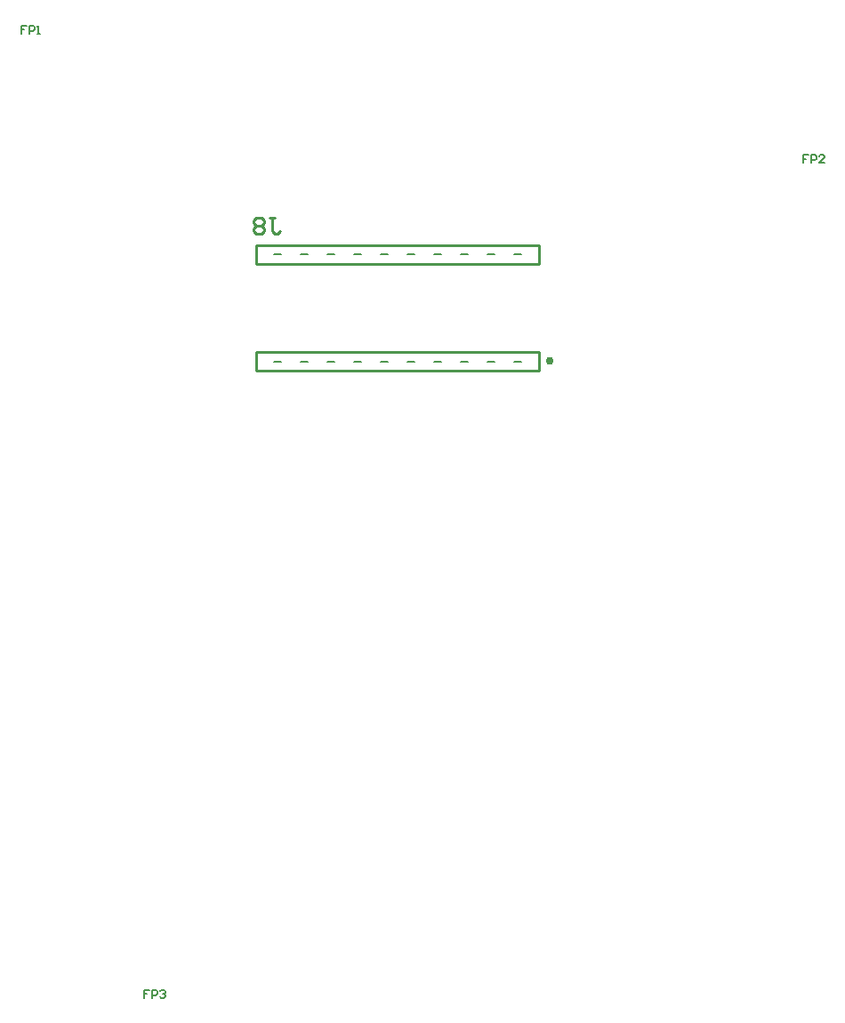
<source format=gbo>
G04*
G04 #@! TF.GenerationSoftware,Altium Limited,Altium Designer,20.0.2 (26)*
G04*
G04 Layer_Color=32896*
%FSLAX44Y44*%
%MOMM*%
G71*
G01*
G75*
%ADD14C,0.1524*%
%ADD19C,0.2540*%
%ADD23C,0.1778*%
%ADD148C,0.7620*%
D14*
X-358980Y-355746D02*
X-352420D01*
X-384380D02*
X-377820D01*
X-409780D02*
X-403220D01*
X-435180D02*
X-428620D01*
X-460580D02*
X-454020D01*
X-485980D02*
X-479420D01*
X-511380D02*
X-504820D01*
X-536780D02*
X-530220D01*
X-562180D02*
X-555620D01*
X-587580D02*
X-581020D01*
X-587580Y-457854D02*
X-581020D01*
X-562180D02*
X-555620D01*
X-536780D02*
X-530220D01*
X-511380D02*
X-504820D01*
X-485980D02*
X-479420D01*
X-460580D02*
X-454020D01*
X-435180D02*
X-428620D01*
X-409780D02*
X-403220D01*
X-384380D02*
X-377820D01*
X-358980D02*
X-352423D01*
D19*
X-604620Y-466490D02*
X-335380D01*
X-604620D02*
Y-448710D01*
X-335380D01*
Y-466490D02*
Y-448710D01*
Y-364890D02*
Y-347110D01*
X-604620D02*
X-335380D01*
X-604620Y-364890D02*
Y-347110D01*
Y-364890D02*
X-335380D01*
X-591917Y-320553D02*
X-586838D01*
X-589378D01*
Y-333249D01*
X-586838Y-335788D01*
X-584299D01*
X-581760Y-333249D01*
X-596995Y-323092D02*
X-599534Y-320553D01*
X-604613D01*
X-607152Y-323092D01*
Y-325631D01*
X-604613Y-328171D01*
X-607152Y-330710D01*
Y-333249D01*
X-604613Y-335788D01*
X-599534D01*
X-596995Y-333249D01*
Y-330710D01*
X-599534Y-328171D01*
X-596995Y-325631D01*
Y-323092D01*
X-599534Y-328171D02*
X-604613D01*
D23*
X-823470Y-137670D02*
X-828548D01*
Y-141479D01*
X-826009D01*
X-828548D01*
Y-145288D01*
X-820930D02*
Y-137670D01*
X-817122D01*
X-815852Y-138940D01*
Y-141479D01*
X-817122Y-142749D01*
X-820930D01*
X-813313Y-145288D02*
X-810774D01*
X-812043D01*
Y-137670D01*
X-813313Y-138940D01*
X-706630Y-1056134D02*
X-711708D01*
Y-1059943D01*
X-709169D01*
X-711708D01*
Y-1063752D01*
X-704090D02*
Y-1056134D01*
X-700282D01*
X-699012Y-1057404D01*
Y-1059943D01*
X-700282Y-1061213D01*
X-704090D01*
X-696473Y-1057404D02*
X-695203Y-1056134D01*
X-692664D01*
X-691395Y-1057404D01*
Y-1058674D01*
X-692664Y-1059943D01*
X-693934D01*
X-692664D01*
X-691395Y-1061213D01*
Y-1062482D01*
X-692664Y-1063752D01*
X-695203D01*
X-696473Y-1062482D01*
X-79250Y-260861D02*
X-84328D01*
Y-264669D01*
X-81789D01*
X-84328D01*
Y-268478D01*
X-76711D02*
Y-260861D01*
X-72902D01*
X-71632Y-262130D01*
Y-264669D01*
X-72902Y-265939D01*
X-76711D01*
X-64015Y-268478D02*
X-69093D01*
X-64015Y-263400D01*
Y-262130D01*
X-65284Y-260861D01*
X-67823D01*
X-69093Y-262130D01*
D148*
X-325120Y-457200D02*
D03*
M02*

</source>
